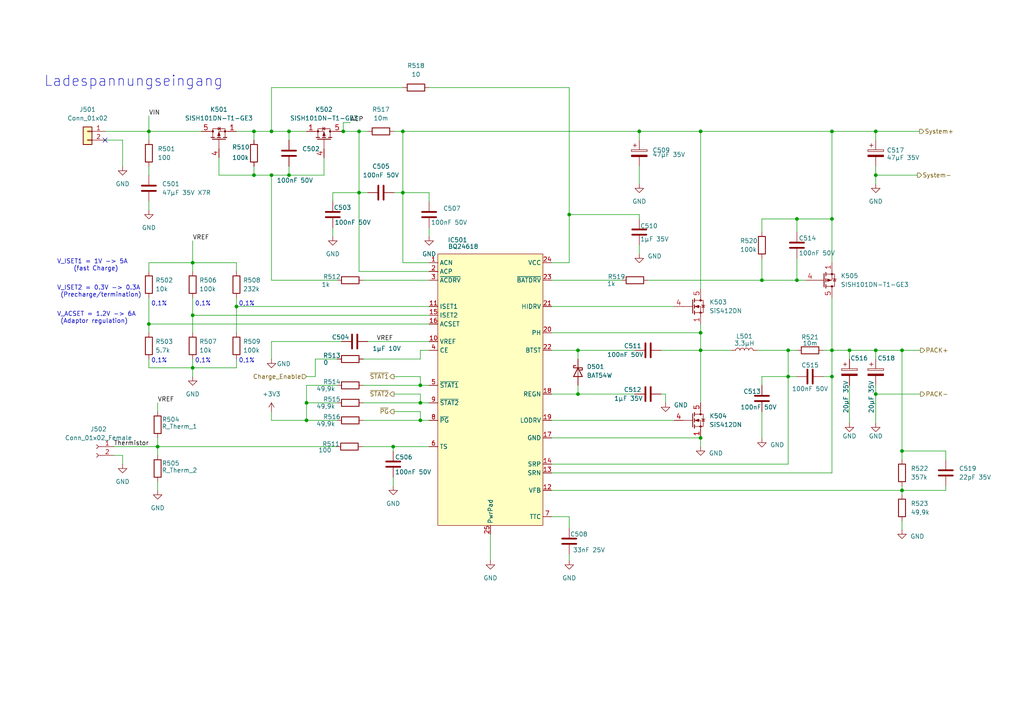
<source format=kicad_sch>
(kicad_sch (version 20231120) (generator "eeschema") (generator_version "8.0")
  (paper "A4")
  (title_block (date "2022-01-24"))
  (lib_symbols
    (symbol "Connector:Conn_01x02_Female" (pin_names (offset 1.016) hide)
      (property "Reference" "J" (at 0 2.54 0))
      (property "Value" "Conn_01x02_Female" (at 0 -5.08 0))
      (symbol "Conn_01x02_Female_1_1"
        (arc (start 0 -2.032) (mid -0.5058 -2.54) (end 0 -3.048) (stroke (width 0.1524)))
        (polyline (pts (xy -1.27 -2.54) (xy -0.508 -2.54)) (stroke (width 0.1524)))
        (polyline (pts (xy -1.27 0) (xy -0.508 0)) (stroke (width 0.1524)))
        (arc (start 0 0.508) (mid -0.5058 0) (end 0 -0.508) (stroke (width 0.1524)))
        (pin passive line (at -5.08 0 0) (length 3.81) (name "Pin_1") (number "1"))
        (pin passive line (at -5.08 -2.54 0) (length 3.81) (name "Pin_2") (number "2"))
      )
    )
    (symbol "Connector_Generic:Conn_01x02" (pin_names (offset 1.016) hide)
      (property "Reference" "J" (at 0 2.54 0))
      (property "Value" "Conn_01x02" (at 0 -5.08 0))
      (symbol "Conn_01x02_1_1"
        (rectangle (start -1.27 -2.413) (end 0 -2.667) (stroke (width 0.1524)))
        (rectangle (start -1.27 0.127) (end 0 -0.127) (stroke (width 0.1524)))
        (rectangle (start -1.27 1.27) (end 1.27 -3.81) (stroke (width 0.254)) (fill (type background)))
        (pin passive line (at -5.08 0 0) (length 3.81) (name "Pin_1") (number "1"))
        (pin passive line (at -5.08 -2.54 0) (length 3.81) (name "Pin_2") (number "2"))
      )
    )
    (symbol "Device:C" (pin_numbers hide) (pin_names (offset 0.254))
      (property "Reference" "C" (at 0.635 2.54 0))
      (property "Value" "C" (at 0.635 -2.54 0))
      (symbol "C_0_1"
        (polyline (pts (xy -2.032 -0.762) (xy 2.032 -0.762)) (stroke (width 0.508)))
        (polyline (pts (xy -2.032 0.762) (xy 2.032 0.762)) (stroke (width 0.508)))
      )
      (symbol "C_1_1"
        (pin passive line (at 0 3.81 270) (length 2.794) (name "~") (number "1"))
        (pin passive line (at 0 -3.81 90) (length 2.794) (name "~") (number "2"))
      )
    )
    (symbol "Device:C_Polarized" (pin_numbers hide) (pin_names (offset 0.254))
      (property "Reference" "C" (at 0.635 2.54 0))
      (property "Value" "C_Polarized" (at 0.635 -2.54 0))
      (symbol "C_Polarized_0_1"
        (rectangle (start -2.286 0.508) (end 2.286 1.016))
        (polyline (pts (xy -1.778 2.286) (xy -0.762 2.286)))
        (polyline (pts (xy -1.27 2.794) (xy -1.27 1.778)))
        (rectangle (start 2.286 -0.508) (end -2.286 -1.016) (fill (type outline)))
      )
      (symbol "C_Polarized_1_1"
        (pin passive line (at 0 3.81 270) (length 2.794) (name "~") (number "1"))
        (pin passive line (at 0 -3.81 90) (length 2.794) (name "~") (number "2"))
      )
    )
    (symbol "Device:D_Schottky" (pin_numbers hide) (pin_names (offset 1.016) hide)
      (property "Reference" "D" (at 0 2.54 0))
      (property "Value" "D_Schottky" (at 0 -2.54 0))
      (symbol "D_Schottky_0_1"
        (polyline (pts (xy 1.27 0) (xy -1.27 0)))
        (polyline (pts (xy 1.27 1.27) (xy 1.27 -1.27) (xy -1.27 0) (xy 1.27 1.27)) (stroke (width 0.254)))
        (polyline (pts (xy -1.905 0.635) (xy -1.905 1.27) (xy -1.27 1.27) (xy -1.27 -1.27) (xy -0.635 -1.27) (xy -0.635 -0.635)) (stroke (width 0.254)))
      )
      (symbol "D_Schottky_1_1"
        (pin passive line (at -3.81 0 0) (length 2.54) (name "K") (number "1"))
        (pin passive line (at 3.81 0 180) (length 2.54) (name "A") (number "2"))
      )
    )
    (symbol "Device:L" (pin_numbers hide) (pin_names (offset 1.016) hide)
      (property "Reference" "L" (at -1.27 0 90))
      (property "Value" "L" (at 1.905 0 90))
      (symbol "L_0_1"
        (arc (start 0 -2.54) (mid 0.6323 -1.905) (end 0 -1.27))
        (arc (start 0 -1.27) (mid 0.6323 -0.635) (end 0 0))
        (arc (start 0 0) (mid 0.6323 0.635) (end 0 1.27))
        (arc (start 0 1.27) (mid 0.6323 1.905) (end 0 2.54))
      )
      (symbol "L_1_1"
        (pin passive line (at 0 3.81 270) (length 1.27) (name "1") (number "1"))
        (pin passive line (at 0 -3.81 90) (length 1.27) (name "2") (number "2"))
      )
    )
    (symbol "Device:R" (pin_numbers hide) (pin_names (offset 0))
      (property "Reference" "R" (at 2.032 0 90))
      (property "Value" "R" (at 0 0 90))
      (symbol "R_0_1"
        (rectangle (start -1.016 -2.54) (end 1.016 2.54) (stroke (width 0.254)))
      )
      (symbol "R_1_1"
        (pin passive line (at 0 3.81 270) (length 1.27) (name "~") (number "1"))
        (pin passive line (at 0 -3.81 90) (length 1.27) (name "~") (number "2"))
      )
    )
    (symbol "HER_Symbole:BQ24618"
      (property "Reference" "U" (at 21.59 -12.7 0))
      (property "Value" "BQ24618" (at 21.59 -8.89 0))
      (symbol "BQ24618_0_1"
        (rectangle (start 5.08 -2.54) (end 35.56 -81.28) (fill (type background)))
      )
      (symbol "BQ24618_1_1"
        (pin input line (at 2.54 -5.08 0) (length 2.54) (name "ACN") (number "1"))
        (pin input line (at 2.54 -27.94 0) (length 2.54) (name "VREF") (number "10"))
        (pin input line (at 2.54 -17.78 0) (length 2.54) (name "ISET1") (number "11"))
        (pin input line (at 38.1 -71.12 180) (length 2.54) (name "VFB") (number "12"))
        (pin input line (at 38.1 -66.04 180) (length 2.54) (name "SRN") (number "13"))
        (pin input line (at 38.1 -63.5 180) (length 2.54) (name "SRP") (number "14"))
        (pin input line (at 2.54 -20.32 0) (length 2.54) (name "ISET2") (number "15"))
        (pin input line (at 2.54 -22.86 0) (length 2.54) (name "ACSET") (number "16"))
        (pin power_in line (at 38.1 -55.88 180) (length 2.54) (name "GND") (number "17"))
        (pin output line (at 38.1 -43.18 180) (length 2.54) (name "REGN") (number "18"))
        (pin output line (at 38.1 -50.8 180) (length 2.54) (name "LODRV") (number "19"))
        (pin input line (at 2.54 -7.62 0) (length 2.54) (name "ACP") (number "2"))
        (pin passive line (at 38.1 -25.4 180) (length 2.54) (name "PH") (number "20"))
        (pin output line (at 38.1 -17.78 180) (length 2.54) (name "HIDRV") (number "21"))
        (pin power_in line (at 38.1 -30.48 180) (length 2.54) (name "BTST") (number "22"))
        (pin output line (at 38.1 -10.16 180) (length 2.54) (name "~{BATDRV}") (number "23"))
        (pin power_in line (at 38.1 -5.08 180) (length 2.54) (name "VCC") (number "24"))
        (pin passive line (at 20.32 -83.82 90) (length 2.54) (name "PwrPad") (number "25"))
        (pin output line (at 2.54 -10.16 0) (length 2.54) (name "~{ACDRV}") (number "3"))
        (pin input line (at 2.54 -30.48 0) (length 2.54) (name "CE") (number "4"))
        (pin input line (at 2.54 -40.64 0) (length 2.54) (name "~{STAT1}") (number "5"))
        (pin input line (at 2.54 -58.42 0) (length 2.54) (name "TS") (number "6"))
        (pin input line (at 38.1 -78.74 180) (length 2.54) (name "TTC") (number "7"))
        (pin input line (at 2.54 -50.8 0) (length 2.54) (name "~{PG}") (number "8"))
        (pin input line (at 2.54 -45.72 0) (length 2.54) (name "~{STAT2}") (number "9"))
      )
    )
    (symbol "Vishay:MOSFET_NMOS_8_Pin"
      (property "Reference" "Q" (at 4.826 -19.558 0))
      (property "Value" "MOSFET_NMOS_8_Pin" (at 4.826 -21.59 0))
      (symbol "MOSFET_NMOS_8_Pin_0_1"
        (polyline (pts (xy 0.254 -20.32) (xy -2.54 -20.32)))
        (polyline (pts (xy 0.254 -18.415) (xy 0.254 -22.225)) (stroke (width 0.254)))
        (polyline (pts (xy 0.762 -21.59) (xy 0.762 -22.606)) (stroke (width 0.254)))
        (polyline (pts (xy 0.762 -19.812) (xy 0.762 -20.828)) (stroke (width 0.254)))
        (polyline (pts (xy 0.762 -18.034) (xy 0.762 -19.05)) (stroke (width 0.254)))
        (polyline (pts (xy 2.54 -17.78) (xy 2.54 -18.542)))
        (polyline (pts (xy 2.54 -22.86) (xy 2.54 -20.32) (xy 0.762 -20.32)))
        (polyline (pts (xy 0.762 -22.098) (xy 3.302 -22.098) (xy 3.302 -18.542) (xy 0.762 -18.542)))
        (polyline (pts (xy 1.016 -20.32) (xy 2.032 -19.939) (xy 2.032 -20.701) (xy 1.016 -20.32)) (fill (type outline)))
        (polyline (pts (xy 2.794 -19.812) (xy 2.921 -19.939) (xy 3.683 -19.939) (xy 3.81 -20.066)))
        (polyline (pts (xy 3.302 -19.939) (xy 2.921 -20.574) (xy 3.683 -20.574) (xy 3.302 -19.939)))
        (circle (center 2.54 -22.098) (radius 0.254) (fill (type outline)))
        (circle (center 2.54 -18.542) (radius 0.254) (fill (type outline)))
      )
      (symbol "MOSFET_NMOS_8_Pin_1_1"
        (pin passive line (at 2.54 -25.4 90) (length 2.54) (name "") (number "1"))
        (pin passive line (at 2.54 -25.4 90) (length 2.54) hide (name "S") (number "2"))
        (pin passive line (at 2.54 -25.4 90) (length 2.54) hide (name "S") (number "3"))
        (pin passive line (at -5.08 -20.32 0) (length 2.54) (name "") (number "4"))
        (pin passive line (at 2.54 -15.24 270) (length 2.54) (name "") (number "5"))
        (pin passive line (at 2.54 -15.24 270) (length 2.54) hide (name "") (number "6"))
        (pin passive line (at 2.54 -15.24 270) (length 2.54) hide (name "") (number "7"))
        (pin passive line (at 2.54 -15.24 270) (length 2.54) hide (name "") (number "8"))
        (pin passive line (at 2.54 -15.24 270) (length 2.54) hide (name "") (number "9"))
      )
    )
    (symbol "Vishay:MOSFET_PMOS_8Pin+Pad"
      (property "Reference" "Q" (at 5.08 -11.938 0))
      (property "Value" "MOSFET_PMOS_8Pin+Pad" (at 4.826 -13.716 0))
      (symbol "MOSFET_PMOS_8Pin+Pad_0_1"
        (polyline (pts (xy 0.254 -14.605) (xy 0.254 -10.795)) (stroke (width 0.254)))
        (polyline (pts (xy 0.254 -12.7) (xy -2.54 -12.7)))
        (polyline (pts (xy 0.762 -14.986) (xy 0.762 -13.97)) (stroke (width 0.254)))
        (polyline (pts (xy 0.762 -13.208) (xy 0.762 -12.192)) (stroke (width 0.254)))
        (polyline (pts (xy 0.762 -11.43) (xy 0.762 -10.414)) (stroke (width 0.254)))
        (polyline (pts (xy 2.54 -15.24) (xy 2.54 -14.478)))
        (polyline (pts (xy 2.54 -10.16) (xy 2.54 -12.7) (xy 0.762 -12.7)))
        (polyline (pts (xy 0.762 -14.478) (xy 3.302 -14.478) (xy 3.302 -10.922) (xy 0.762 -10.922)))
        (polyline (pts (xy 2.286 -12.7) (xy 1.27 -13.081) (xy 1.27 -12.319) (xy 2.286 -12.7)) (fill (type outline)))
        (polyline (pts (xy 2.794 -12.192) (xy 2.921 -12.319) (xy 3.683 -12.319) (xy 3.81 -12.446)))
        (polyline (pts (xy 3.302 -12.319) (xy 2.921 -12.954) (xy 3.683 -12.954) (xy 3.302 -12.319)))
        (circle (center 2.54 -14.478) (radius 0.254) (fill (type outline)))
        (circle (center 2.54 -10.922) (radius 0.254) (fill (type outline)))
      )
      (symbol "MOSFET_PMOS_8Pin+Pad_1_1"
        (pin passive line (at 2.54 -7.62 270) (length 2.54) (name "") (number "1"))
        (pin passive line (at 2.54 -7.62 270) (length 2.54) hide (name "S") (number "2"))
        (pin passive line (at 2.54 -7.62 270) (length 2.54) hide (name "S") (number "3"))
        (pin passive line (at -5.08 -12.7 0) (length 2.54) (name "") (number "4"))
        (pin passive line (at 2.54 -17.78 90) (length 2.54) (name "") (number "5"))
        (pin passive line (at 2.54 -17.78 90) (length 2.54) hide (name "") (number "6"))
        (pin passive line (at 2.54 -17.78 90) (length 2.54) hide (name "") (number "7"))
        (pin passive line (at 2.54 -17.78 90) (length 2.54) hide (name "") (number "8"))
        (pin passive line (at 2.54 -17.78 90) (length 2.54) hide (name "") (number "9"))
      )
    )
    (symbol "power:+3V3" (power) (pin_names (offset 0))
      (property "Value" "+3V3" (at 0 3.556 0))
      (symbol "+3V3_0_1"
        (polyline (pts (xy -0.762 1.27) (xy 0 2.54)))
        (polyline (pts (xy 0 0) (xy 0 2.54)))
        (polyline (pts (xy 0 2.54) (xy 0.762 1.27)))
      )
      (symbol "+3V3_1_1"
        (pin power_in line (at 0 0 90) (length 0) hide (name "+3V3") (number "1"))
      )
    )
    (symbol "power:GND" (power) (pin_names (offset 0))
      (property "Value" "GND" (at 0 -3.81 0))
      (symbol "GND_0_1"
        (polyline (pts (xy 0 0) (xy 0 -1.27) (xy 1.27 -1.27) (xy 0 -2.54) (xy -1.27 -1.27) (xy 0 -1.27)))
      )
      (symbol "GND_1_1"
        (pin power_in line (at 0 0 270) (length 0) hide (name "GND") (number "1"))
      )
    )
  )
  (junction (at 73.66 50.8))
  (junction (at 203.2 96.52))
  (junction (at 83.82 38.1))
  (junction (at 228.6 101.6))
  (junction (at 121.92 121.92))
  (junction (at 231.14 63.5))
  (junction (at 78.74 38.1))
  (junction (at 167.64 101.6))
  (junction (at 104.14 55.88))
  (junction (at 254 114.3))
  (junction (at 241.3 109.22))
  (junction (at 228.6 109.22))
  (junction (at 185.42 38.1))
  (junction (at 241.3 38.1))
  (junction (at 116.84 38.1))
  (junction (at 104.14 38.1))
  (junction (at 78.74 50.8))
  (junction (at 254 101.6))
  (junction (at 261.62 130.81))
  (junction (at 114.046 129.54))
  (junction (at 88.9 116.84))
  (junction (at 246.38 101.6))
  (junction (at 68.58 88.9))
  (junction (at 55.88 76.2))
  (junction (at 121.92 116.84))
  (junction (at 203.2 101.6))
  (junction (at 203.2 127))
  (junction (at 231.14 81.28))
  (junction (at 45.72 129.54))
  (junction (at 165.1 62.23))
  (junction (at 254 50.8))
  (junction (at 220.98 81.28))
  (junction (at 55.88 106.68))
  (junction (at 99.568 38.1))
  (junction (at 241.3 101.6))
  (junction (at 116.84 55.88))
  (junction (at 121.92 111.76))
  (junction (at 254 38.1))
  (junction (at 83.82 50.8))
  (junction (at 203.2 38.1))
  (junction (at 241.3 63.5))
  (junction (at 167.64 114.3))
  (junction (at 43.18 38.1))
  (junction (at 55.88 91.44))
  (junction (at 73.66 38.1))
  (junction (at 261.62 142.24))
  (junction (at 43.18 93.98))
  (junction (at 261.62 101.6))
  (junction (at 88.9 121.92))
  (no_connect (at 30.48 40.64))
  (wire (pts (xy 191.77 101.6) (xy 203.2 101.6)))
  (wire (pts (xy 104.14 38.1) (xy 104.14 55.88)))
  (wire (pts (xy 116.84 55.88) (xy 116.84 38.1)))
  (wire (pts (xy 160.02 81.28) (xy 180.34 81.28)))
  (wire (pts (xy 203.2 101.6) (xy 203.2 116.84)))
  (wire (pts (xy 116.84 76.2) (xy 124.46 76.2)))
  (wire (pts (xy 43.18 76.2) (xy 55.88 76.2)))
  (wire (pts (xy 63.5 45.72) (xy 63.5 50.8)))
  (wire (pts (xy 93.98 50.8) (xy 93.98 45.72)))
  (wire (pts (xy 124.46 25.4) (xy 165.1 25.4)))
  (wire (pts (xy 104.14 55.88) (xy 104.14 78.74)))
  (wire (pts (xy 43.18 104.14) (xy 43.18 106.68)))
  (wire (pts (xy 45.72 127) (xy 45.72 129.54)))
  (wire (pts (xy 104.14 55.88) (xy 106.68 55.88)))
  (wire (pts (xy 73.66 38.1) (xy 73.66 40.64)))
  (wire (pts (xy 55.88 69.85) (xy 55.88 76.2)))
  (wire (pts (xy 88.9 111.76) (xy 88.9 116.84)))
  (wire (pts (xy 55.88 106.68) (xy 55.88 109.22)))
  (wire (pts (xy 261.62 133.35) (xy 261.62 130.81)))
  (wire (pts (xy 219.71 101.6) (xy 228.6 101.6)))
  (wire (pts (xy 55.88 91.44) (xy 55.88 96.52)))
  (wire (pts (xy 220.98 109.22) (xy 228.6 109.22)))
  (wire (pts (xy 43.18 48.26) (xy 43.18 50.8)))
  (wire (pts (xy 261.62 101.6) (xy 261.62 130.81)))
  (wire (pts (xy 43.18 86.36) (xy 43.18 93.98)))
  (wire (pts (xy 105.41 81.28) (xy 124.46 81.28)))
  (wire (pts (xy 105.41 116.84) (xy 121.92 116.84)))
  (wire (pts (xy 160.02 137.16) (xy 241.3 137.16)))
  (wire (pts (xy 68.58 38.1) (xy 73.66 38.1)))
  (wire (pts (xy 43.18 38.1) (xy 58.42 38.1)))
  (wire (pts (xy 241.3 101.6) (xy 238.76 101.6)))
  (wire (pts (xy 160.02 127) (xy 203.2 127)))
  (wire (pts (xy 254 111.76) (xy 254 114.3)))
  (wire (pts (xy 43.18 93.98) (xy 43.18 96.52)))
  (wire (pts (xy 246.38 111.76) (xy 246.38 122.682)))
  (wire (pts (xy 105.41 104.14) (xy 121.92 104.14)))
  (wire (pts (xy 167.64 101.6) (xy 184.15 101.6)))
  (wire (pts (xy 68.58 88.9) (xy 124.46 88.9)))
  (wire (pts (xy 220.98 67.31) (xy 220.98 63.5)))
  (wire (pts (xy 104.14 55.88) (xy 96.52 55.88)))
  (wire (pts (xy 220.98 63.5) (xy 231.14 63.5)))
  (wire (pts (xy 254 114.3) (xy 266.954 114.3)))
  (wire (pts (xy 241.3 109.22) (xy 241.3 137.16)))
  (wire (pts (xy 121.92 111.76) (xy 124.46 111.76)))
  (wire (pts (xy 114.3 55.88) (xy 116.84 55.88)))
  (wire (pts (xy 88.9 116.84) (xy 97.79 116.84)))
  (wire (pts (xy 68.58 76.2) (xy 55.88 76.2)))
  (wire (pts (xy 114.3 109.22) (xy 121.92 109.22)))
  (wire (pts (xy 254 38.1) (xy 266.7 38.1)))
  (wire (pts (xy 114.046 129.54) (xy 124.46 129.54)))
  (wire (pts (xy 121.92 101.6) (xy 124.46 101.6)))
  (wire (pts (xy 68.58 78.74) (xy 68.58 76.2)))
  (wire (pts (xy 167.64 101.6) (xy 167.64 104.14)))
  (wire (pts (xy 185.42 48.26) (xy 185.42 53.34)))
  (wire (pts (xy 231.14 81.28) (xy 233.68 81.28)))
  (wire (pts (xy 121.92 109.22) (xy 121.92 111.76)))
  (wire (pts (xy 88.9 109.22) (xy 91.44 109.22)))
  (wire (pts (xy 91.44 109.22) (xy 91.44 104.14)))
  (wire (pts (xy 68.58 88.9) (xy 68.58 96.52)))
  (wire (pts (xy 45.72 116.84) (xy 45.72 119.38)))
  (wire (pts (xy 231.14 67.31) (xy 231.14 63.5)))
  (wire (pts (xy 101.6 35.56) (xy 99.568 35.56)))
  (wire (pts (xy 261.62 142.24) (xy 274.32 142.24)))
  (wire (pts (xy 99.06 99.06) (xy 78.74 99.06)))
  (wire (pts (xy 63.5 50.8) (xy 73.66 50.8)))
  (wire (pts (xy 55.88 106.68) (xy 68.58 106.68)))
  (wire (pts (xy 203.2 38.1) (xy 203.2 83.82)))
  (wire (pts (xy 96.52 55.88) (xy 96.52 58.42)))
  (wire (pts (xy 185.42 62.23) (xy 185.42 63.5)))
  (wire (pts (xy 228.6 109.22) (xy 228.6 101.6)))
  (wire (pts (xy 55.88 106.68) (xy 55.88 104.14)))
  (wire (pts (xy 30.48 40.64) (xy 35.56 40.64)))
  (wire (pts (xy 88.9 121.92) (xy 97.79 121.92)))
  (wire (pts (xy 165.1 62.23) (xy 165.1 76.2)))
  (wire (pts (xy 78.74 38.1) (xy 83.82 38.1)))
  (wire (pts (xy 160.02 121.92) (xy 195.58 121.92)))
  (wire (pts (xy 43.18 93.98) (xy 124.46 93.98)))
  (wire (pts (xy 241.3 38.1) (xy 254 38.1)))
  (wire (pts (xy 105.41 121.92) (xy 121.92 121.92)))
  (wire (pts (xy 83.82 38.1) (xy 88.9 38.1)))
  (wire (pts (xy 121.92 104.14) (xy 121.92 101.6)))
  (wire (pts (xy 73.66 50.8) (xy 78.74 50.8)))
  (wire (pts (xy 160.02 76.2) (xy 165.1 76.2)))
  (wire (pts (xy 274.32 142.24) (xy 274.32 140.97)))
  (wire (pts (xy 78.74 121.92) (xy 88.9 121.92)))
  (wire (pts (xy 91.44 104.14) (xy 97.79 104.14)))
  (wire (pts (xy 99.568 38.1) (xy 104.14 38.1)))
  (wire (pts (xy 254 50.8) (xy 254 53.34)))
  (wire (pts (xy 274.32 130.81) (xy 274.32 133.35)))
  (wire (pts (xy 160.02 88.9) (xy 195.58 88.9)))
  (wire (pts (xy 73.66 38.1) (xy 78.74 38.1)))
  (wire (pts (xy 160.02 101.6) (xy 167.64 101.6)))
  (wire (pts (xy 167.64 111.76) (xy 167.64 114.3)))
  (wire (pts (xy 160.02 114.3) (xy 167.64 114.3)))
  (wire (pts (xy 33.02 132.08) (xy 35.56 132.08)))
  (wire (pts (xy 231.14 74.93) (xy 231.14 81.28)))
  (wire (pts (xy 78.74 119.38) (xy 78.74 121.92)))
  (wire (pts (xy 114.046 138.43) (xy 114.046 140.97)))
  (wire (pts (xy 99.568 35.56) (xy 99.568 38.1)))
  (wire (pts (xy 185.42 38.1) (xy 203.2 38.1)))
  (wire (pts (xy 254 114.3) (xy 254 122.682)))
  (wire (pts (xy 241.3 38.1) (xy 241.3 63.5)))
  (wire (pts (xy 238.76 109.22) (xy 241.3 109.22)))
  (wire (pts (xy 105.156 129.54) (xy 114.046 129.54)))
  (wire (pts (xy 254 101.6) (xy 254 104.14)))
  (wire (pts (xy 78.74 38.1) (xy 78.74 25.4)))
  (wire (pts (xy 203.2 127) (xy 203.2 129.54)))
  (wire (pts (xy 231.14 63.5) (xy 241.3 63.5)))
  (wire (pts (xy 167.64 114.3) (xy 184.15 114.3)))
  (wire (pts (xy 241.3 76.2) (xy 241.3 63.5)))
  (wire (pts (xy 116.84 38.1) (xy 114.3 38.1)))
  (wire (pts (xy 43.18 76.2) (xy 43.18 78.74)))
  (wire (pts (xy 193.04 114.3) (xy 193.04 116.84)))
  (wire (pts (xy 104.14 78.74) (xy 124.46 78.74)))
  (wire (pts (xy 187.96 81.28) (xy 220.98 81.28)))
  (wire (pts (xy 228.6 101.6) (xy 231.14 101.6)))
  (wire (pts (xy 43.18 38.1) (xy 43.18 40.64)))
  (wire (pts (xy 43.18 33.655) (xy 43.18 38.1)))
  (wire (pts (xy 96.52 66.04) (xy 96.52 68.58)))
  (wire (pts (xy 203.2 96.52) (xy 203.2 101.6)))
  (wire (pts (xy 246.38 101.6) (xy 246.38 104.14)))
  (wire (pts (xy 160.02 149.86) (xy 165.1 149.86)))
  (wire (pts (xy 261.62 101.6) (xy 266.954 101.6)))
  (wire (pts (xy 114.3 119.38) (xy 121.92 119.38)))
  (wire (pts (xy 55.88 76.2) (xy 55.88 78.74)))
  (wire (pts (xy 83.82 48.26) (xy 83.82 50.8)))
  (wire (pts (xy 114.3 114.3) (xy 121.92 114.3)))
  (wire (pts (xy 78.74 50.8) (xy 78.74 81.28)))
  (wire (pts (xy 104.14 38.1) (xy 106.68 38.1)))
  (wire (pts (xy 165.1 149.86) (xy 165.1 153.162)))
  (wire (pts (xy 43.18 106.68) (xy 55.88 106.68)))
  (wire (pts (xy 78.74 99.06) (xy 78.74 104.14)))
  (wire (pts (xy 165.1 25.4) (xy 165.1 62.23)))
  (wire (pts (xy 73.66 48.26) (xy 73.66 50.8)))
  (wire (pts (xy 78.74 81.28) (xy 97.79 81.28)))
  (wire (pts (xy 121.92 119.38) (xy 121.92 121.92)))
  (wire (pts (xy 165.1 62.23) (xy 185.42 62.23)))
  (wire (pts (xy 121.92 121.92) (xy 124.46 121.92)))
  (wire (pts (xy 261.62 140.97) (xy 261.62 142.24)))
  (wire (pts (xy 121.92 114.3) (xy 121.92 116.84)))
  (wire (pts (xy 241.3 101.6) (xy 246.38 101.6)))
  (wire (pts (xy 193.04 114.3) (xy 191.77 114.3)))
  (wire (pts (xy 160.02 134.62) (xy 228.6 134.62)))
  (wire (pts (xy 254 101.6) (xy 261.62 101.6)))
  (wire (pts (xy 220.98 111.76) (xy 220.98 109.22)))
  (wire (pts (xy 83.82 38.1) (xy 83.82 40.64)))
  (wire (pts (xy 220.98 74.93) (xy 220.98 81.28)))
  (wire (pts (xy 45.72 129.54) (xy 97.536 129.54)))
  (wire (pts (xy 228.6 109.22) (xy 231.14 109.22)))
  (wire (pts (xy 185.42 71.12) (xy 185.42 73.66)))
  (wire (pts (xy 99.06 38.1) (xy 99.568 38.1)))
  (wire (pts (xy 33.02 129.54) (xy 45.72 129.54)))
  (wire (pts (xy 43.18 58.42) (xy 43.18 60.96)))
  (wire (pts (xy 55.88 91.44) (xy 124.46 91.44)))
  (wire (pts (xy 261.62 142.24) (xy 261.62 143.51)))
  (wire (pts (xy 203.2 93.98) (xy 203.2 96.52)))
  (wire (pts (xy 220.98 81.28) (xy 231.14 81.28)))
  (wire (pts (xy 228.6 109.22) (xy 228.6 134.62)))
  (wire (pts (xy 241.3 86.36) (xy 241.3 101.6)))
  (wire (pts (xy 220.98 119.38) (xy 220.98 127.127)))
  (wire (pts (xy 185.42 38.1) (xy 185.42 40.64)))
  (wire (pts (xy 116.84 55.88) (xy 124.46 55.88)))
  (wire (pts (xy 203.2 101.6) (xy 212.09 101.6)))
  (wire (pts (xy 142.24 154.94) (xy 142.24 162.56)))
  (wire (pts (xy 116.84 55.88) (xy 116.84 76.2)))
  (wire (pts (xy 83.82 50.8) (xy 93.98 50.8)))
  (wire (pts (xy 254 50.8) (xy 266.065 50.8)))
  (wire (pts (xy 121.92 116.84) (xy 124.46 116.84)))
  (wire (pts (xy 116.84 38.1) (xy 185.42 38.1)))
  (wire (pts (xy 68.58 86.36) (xy 68.58 88.9)))
  (wire (pts (xy 106.68 99.06) (xy 124.46 99.06)))
  (wire (pts (xy 105.41 111.76) (xy 121.92 111.76)))
  (wire (pts (xy 78.74 50.8) (xy 83.82 50.8)))
  (wire (pts (xy 88.9 116.84) (xy 88.9 121.92)))
  (wire (pts (xy 55.88 86.36) (xy 55.88 91.44)))
  (wire (pts (xy 35.56 40.64) (xy 35.56 48.26)))
  (wire (pts (xy 160.02 96.52) (xy 203.2 96.52)))
  (wire (pts (xy 35.56 132.08) (xy 35.56 134.62)))
  (wire (pts (xy 246.38 101.6) (xy 254 101.6)))
  (wire (pts (xy 97.79 111.76) (xy 88.9 111.76)))
  (wire (pts (xy 254 38.1) (xy 254 40.64)))
  (wire (pts (xy 30.48 38.1) (xy 43.18 38.1)))
  (wire (pts (xy 45.72 139.7) (xy 45.72 142.24)))
  (wire (pts (xy 68.58 106.68) (xy 68.58 104.14)))
  (wire (pts (xy 261.62 151.13) (xy 261.62 153.67)))
  (wire (pts (xy 124.46 55.88) (xy 124.46 58.42)))
  (wire (pts (xy 261.62 130.81) (xy 274.32 130.81)))
  (wire (pts (xy 254 48.26) (xy 254 50.8)))
  (wire (pts (xy 160.02 142.24) (xy 261.62 142.24)))
  (wire (pts (xy 241.3 101.6) (xy 241.3 109.22)))
  (wire (pts (xy 45.72 129.54) (xy 45.72 132.08)))
  (wire (pts (xy 203.2 38.1) (xy 241.3 38.1)))
  (wire (pts (xy 114.046 129.54) (xy 114.046 130.81)))
  (wire (pts (xy 78.74 25.4) (xy 116.84 25.4)))
  (wire (pts (xy 124.46 66.04) (xy 124.46 68.58)))
  (wire (pts (xy 165.1 160.782) (xy 165.1 162.56)))
  (text "0,1%" (at 43.815 88.9 0) (effects (font (size 1.27 1.27)) (justify left bottom)))
  (text "V_ISET2 = 0.3V -> 0.3A \n (Precharge/termination)" (at 16.51 86.36 0) (effects (font (size 1.27 1.27)) (justify left bottom)))
  (text "V_ISET1 = 1V -> 5A \n	(fast Charge)" (at 16.51 78.74 0) (effects (font (size 1.27 1.27)) (justify left bottom)))
  (text "0,1%" (at 43.815 105.41 0) (effects (font (size 1.27 1.27)) (justify left bottom)))
  (text "0,1%" (at 56.515 88.9 0) (effects (font (size 1.27 1.27)) (justify left bottom)))
  (text "Ladespannungseingang\n" (at 12.7 25.4 0) (effects (font (size 3 3)) (justify left bottom)))
  (text "0,1%" (at 69.215 105.41 0) (effects (font (size 1.27 1.27)) (justify left bottom)))
  (text "V_ACSET = 1.2V -> 6A \n (Adaptor regulation)" (at 16.51 93.98 0) (effects (font (size 1.27 1.27)) (justify left bottom)))
  (text "0,1%" (at 69.215 88.9 0) (effects (font (size 1.27 1.27)) (justify left bottom)))
  (text "0,1%" (at 56.515 105.41 0) (effects (font (size 1.27 1.27)) (justify left bottom)))
  (label "VIN" (at 43.18 33.655 0))
  (label "ACP" (at 101.6 35.56 0))
  (label "VREF" (at 55.88 69.85 0))
  (label "Thermistor" (at 33.02 129.54 0))
  (label "VREF" (at 109.2213 99.06 0))
  (label "VREF" (at 45.72 116.84 0))
  (hierarchical_label "System-" (shape output) (at 266.065 50.8 0))
  (hierarchical_label "PACK+" (shape output) (at 266.954 101.6 0))
  (hierarchical_label "System+" (shape output) (at 266.7 38.1 0))
  (hierarchical_label "~{PG}" (shape output) (at 114.3 119.38 180))
  (hierarchical_label "~{STAT2}" (shape output) (at 114.3 114.3 180))
  (hierarchical_label "~{STAT1}" (shape output) (at 114.3 109.22 180))
  (hierarchical_label "Charge_Enable" (shape input) (at 88.9 109.22 180))
  (hierarchical_label "PACK-" (shape output) (at 266.954 114.3 0))
  (symbol (lib_id "power:GND") (at 254 122.682 0) (unit 1)
    (property "Reference" "#PWR0520" (effects (hide yes)))
    (property "Value" "GND" (at 254 126.492 0))
  )
  (symbol (lib_id "Device:R") (at 220.98 71.12 0) (unit 1)
    (property "Reference" "R520" (at 214.63 69.85 0) (effects (justify left)))
    (property "Value" "100k" (at 214.63 72.39 0) (effects (justify left)))
    (property "Footprint" "Resistor_SMD:R_0603_1608Metric" (effects (hide yes)))
  )
  (symbol (lib_id "Connector_Generic:Conn_01x02") (at 25.4 38.1 0) (mirror y) (unit 1)
    (property "Reference" "J501" (at 25.4 31.75 0))
    (property "Value" "Conn_01x02" (at 25.4 34.29 0))
    (property "Footprint" "Connector_Molex:Molex_Micro-Fit_3.0_43650-0215_1x02_P3.00mm_Vertical" (effects (hide yes)))
  )
  (symbol (lib_id "power:GND") (at 142.24 162.56 0) (unit 1)
    (property "Reference" "#PWR0511" (effects (hide yes)))
    (property "Value" "GND" (at 142.24 167.64 0))
  )
  (symbol (lib_id "Device:R") (at 43.18 44.45 0) (unit 1)
    (property "Reference" "R501" (at 45.72 43.1799 0) (effects (justify left)))
    (property "Value" "100" (at 45.72 45.7199 0) (effects (justify left)))
    (property "Footprint" "Resistor_SMD:R_0603_1608Metric" (effects (hide yes)))
  )
  (symbol (lib_id "Device:R") (at 120.65 25.4 270) (unit 1)
    (property "Reference" "R518" (at 120.65 19.05 90))
    (property "Value" "10" (at 120.65 21.59 90))
    (property "Footprint" "Resistor_SMD:R_0603_1608Metric" (effects (hide yes)))
  )
  (symbol (lib_id "power:GND") (at 114.046 140.97 0) (unit 1)
    (property "Reference" "#PWR0509" (effects (hide yes)))
    (property "Value" "GND" (at 114.046 146.05 0))
  )
  (symbol (lib_id "power:GND") (at 185.42 73.66 0) (unit 1)
    (property "Reference" "#PWR0514" (effects (hide yes)))
    (property "Value" "GND" (at 189.865 74.295 0))
  )
  (symbol (lib_id "Device:C") (at 102.87 99.06 270) (unit 1)
    (property "Reference" "C504" (at 101.346 97.79 90) (effects (justify right)))
    (property "Value" "1µF 10V" (at 116.332 101.092 90) (effects (justify right)))
    (property "Footprint" "Capacitor_SMD:C_0603_1608Metric" (effects (hide yes)))
  )
  (symbol (lib_id "Vishay:MOSFET_PMOS_8Pin+Pad") (at 81.28 40.64 90) (unit 1)
    (property "Reference" "K502" (at 93.98 31.75 90))
    (property "Value" "SISH101DN-T1-GE3" (at 93.98 34.29 90))
    (property "Footprint" "Vishay:PowerPAK 1212-8 Single" (effects (hide yes)))
    (property "Bauteilname" "Si7617DN" (effects (hide yes)))
  )
  (symbol (lib_id "power:GND") (at 35.56 48.26 0) (unit 1)
    (property "Reference" "#PWR0501" (effects (hide yes)))
    (property "Value" "GND" (at 35.56 53.34 0))
  )
  (symbol (lib_id "Device:C_Polarized") (at 185.42 44.45 0) (unit 1)
    (property "Reference" "C509" (at 189.23 43.5609 0) (effects (justify left)))
    (property "Value" "47µF 35V" (at 189.23 44.8309 0) (effects (justify left)))
    (property "Footprint" "Capacitor_SMD:CP_Elec_6.3x5.4" (effects (hide yes)))
    (property "Bauteilname" "EDK476M025A9GAA" (effects (hide yes)))
  )
  (symbol (lib_id "Device:C") (at 165.1 156.972 180) (unit 1)
    (property "Reference" "C508" (at 167.894 154.94 0))
    (property "Value" "33nF 25V" (at 175.514 159.512 0) (effects (justify left)))
    (property "Footprint" "Capacitor_SMD:C_0603_1608Metric" (effects (hide yes)))
  )
  (symbol (lib_id "Vishay:MOSFET_NMOS_8_Pin") (at 200.66 68.58 0) (unit 1)
    (property "Reference" "K503" (at 205.74 87.6299 0) (effects (justify left)))
    (property "Value" "SiS412DN" (at 205.74 90.1699 0) (effects (justify left)))
    (property "Footprint" "Vishay:PowerPAK 1212-8 Single" (effects (hide yes)))
    (property "Bauteilname" "SiS412DN" (effects (hide yes)))
  )
  (symbol (lib_id "power:GND") (at 193.04 116.84 0) (unit 1)
    (property "Reference" "#PWR0515" (effects (hide yes)))
    (property "Value" "GND" (at 197.485 117.475 0))
  )
  (symbol (lib_id "power:GND") (at 45.72 142.24 0) (unit 1)
    (property "Reference" "#PWR0504" (effects (hide yes)))
    (property "Value" "GND" (at 45.72 147.32 0))
  )
  (symbol (lib_id "Device:C") (at 110.49 55.88 90) (unit 1)
    (property "Reference" "C505" (at 110.49 48.26 90))
    (property "Value" "100nF 50V" (at 110.49 50.8 90))
    (property "Footprint" "Capacitor_SMD:C_0603_1608Metric" (effects (hide yes)))
  )
  (symbol (lib_id "Device:R") (at 68.58 100.33 0) (unit 1)
    (property "Reference" "R509" (at 70.485 99.0599 0) (effects (justify left)))
    (property "Value" "100k" (at 70.485 101.5999 0) (effects (justify left)))
    (property "Footprint" "Resistor_SMD:R_0603_1608Metric" (effects (hide yes)))
  )
  (symbol (lib_id "Device:C") (at 185.42 67.31 0) (unit 1)
    (property "Reference" "C510" (at 185.674 65.532 0) (effects (justify left)))
    (property "Value" "1µF 35V" (at 185.674 69.342 0) (effects (justify left)))
    (property "Footprint" "Capacitor_SMD:C_0603_1608Metric" (effects (hide yes)))
  )
  (symbol (lib_id "Device:R") (at 101.6 104.14 90) (unit 1)
    (property "Reference" "R513" (at 96.266 103.124 90))
    (property "Value" "0" (at 94.488 105.156 90))
    (property "Footprint" "Resistor_SMD:R_0603_1608Metric" (effects (hide yes)))
  )
  (symbol (lib_id "power:GND") (at 220.98 127.127 0) (unit 1)
    (property "Reference" "#PWR0517" (effects (hide yes)))
    (property "Value" "GND" (at 225.425 129.032 0))
  )
  (symbol (lib_id "Device:R") (at 101.6 81.28 90) (mirror x) (unit 1)
    (property "Reference" "R512" (at 96.266 80.264 90))
    (property "Value" "1k" (at 94.488 82.55 90))
    (property "Footprint" "Resistor_SMD:R_0603_1608Metric" (effects (hide yes)))
  )
  (symbol (lib_id "power:GND") (at 43.18 60.96 0) (unit 1)
    (property "Reference" "#PWR0503" (effects (hide yes)))
    (property "Value" "GND" (at 43.18 66.04 0))
  )
  (symbol (lib_id "power:GND") (at 55.88 109.22 0) (unit 1)
    (property "Reference" "#PWR0505" (effects (hide yes)))
    (property "Value" "GND" (at 55.88 114.3 0))
  )
  (symbol (lib_id "Device:C") (at 43.18 54.61 0) (unit 1)
    (property "Reference" "C501" (at 46.99 53.3399 0) (effects (justify left)))
    (property "Value" "47µF 35V X7R" (at 46.99 55.8799 0) (effects (justify left)))
    (property "Footprint" "Capacitor_SMD:C_2220_5650Metric" (effects (hide yes)))
    (property "Bauteilname" "KCM55WR7YA476MH01K" (effects (hide yes)))
  )
  (symbol (lib_id "Device:R") (at 261.62 147.32 0) (unit 1)
    (property "Reference" "R523" (at 264.16 146.0499 0) (effects (justify left)))
    (property "Value" "49,9k" (at 264.16 148.5899 0) (effects (justify left)))
    (property "Footprint" "Resistor_SMD:R_0603_1608Metric" (effects (hide yes)))
  )
  (symbol (lib_id "power:GND") (at 78.74 104.14 0) (unit 1)
    (property "Reference" "#PWR0506" (effects (hide yes)))
    (property "Value" "GND" (at 82.296 105.537 0))
  )
  (symbol (lib_id "HER_Symbole:BQ24618") (at 121.92 71.12 0) (unit 1)
    (property "Reference" "IC501" (at 132.715 69.596 0))
    (property "Value" "BQ24618" (at 134.366 71.501 0))
    (property "Footprint" "Package_DFN_QFN:VQFN-24-1EP_4x4mm_P0.5mm_EP2.45x2.45mm" (effects (hide yes)))
    (property "Bauteilname" "BQ24618" (effects (hide yes)))
  )
  (symbol (lib_id "Device:R") (at 101.6 111.76 90) (unit 1)
    (property "Reference" "R514" (at 96.266 110.744 90))
    (property "Value" "49,9k" (at 94.488 112.776 90))
    (property "Footprint" "Resistor_SMD:R_0603_1608Metric" (effects (hide yes)))
  )
  (symbol (lib_id "power:GND") (at 185.42 53.34 0) (unit 1)
    (property "Reference" "#PWR0513" (effects (hide yes)))
    (property "Value" "GND" (at 185.42 58.42 0))
  )
  (symbol (lib_id "Device:R") (at 101.346 129.54 90) (unit 1)
    (property "Reference" "R511" (at 96.012 128.778 90))
    (property "Value" "100" (at 94.234 130.556 90))
    (property "Footprint" "Resistor_SMD:R_0603_1608Metric" (effects (hide yes)))
  )
  (symbol (lib_id "power:GND") (at 254 53.34 0) (unit 1)
    (property "Reference" "#PWR0519" (effects (hide yes)))
    (property "Value" "GND" (at 254 58.42 0))
  )
  (symbol (lib_id "Device:R") (at 261.62 137.16 0) (unit 1)
    (property "Reference" "R522" (at 264.16 135.8899 0) (effects (justify left)))
    (property "Value" "357k" (at 264.16 138.4299 0) (effects (justify left)))
    (property "Footprint" "Resistor_SMD:R_0603_1608Metric" (effects (hide yes)))
  )
  (symbol (lib_id "power:GND") (at 96.52 68.58 0) (unit 1)
    (property "Reference" "#PWR0508" (effects (hide yes)))
    (property "Value" "GND" (at 96.52 73.66 0))
  )
  (symbol (lib_id "Device:C") (at 114.046 134.62 180) (unit 1)
    (property "Reference" "C506" (at 114.554 132.588 0) (effects (justify right)))
    (property "Value" "100nF 50V" (at 114.554 136.906 0) (effects (justify right)))
    (property "Footprint" "Capacitor_SMD:C_0603_1608Metric" (effects (hide yes)))
  )
  (symbol (lib_id "Device:R") (at 45.72 135.89 180) (unit 1)
    (property "Reference" "R505" (at 49.53 134.366 0))
    (property "Value" "R_Therm_2" (at 52.07 136.398 0))
    (property "Footprint" "Resistor_SMD:R_0603_1608Metric" (effects (hide yes)))
  )
  (symbol (lib_id "power:GND") (at 165.1 162.56 0) (unit 1)
    (property "Reference" "#PWR0512" (effects (hide yes)))
    (property "Value" "GND" (at 165.1 167.64 0))
  )
  (symbol (lib_id "Connector:Conn_01x02_Female") (at 27.94 129.54 0) (mirror y) (unit 1)
    (property "Reference" "J502" (at 28.575 124.46 0))
    (property "Value" "Conn_01x02_Female" (at 28.575 127 0))
    (property "Footprint" "Connector_Molex:Molex_PicoBlade_53047-0210_1x02_P1.25mm_Vertical" (effects (hide yes)))
  )
  (symbol (lib_id "Vishay:MOSFET_NMOS_8_Pin") (at 200.66 101.6 0) (unit 1)
    (property "Reference" "K504" (at 205.74 120.6499 0) (effects (justify left)))
    (property "Value" "SiS412DN" (at 205.74 123.1899 0) (effects (justify left)))
    (property "Footprint" "Vishay:PowerPAK 1212-8 Single" (effects (hide yes)))
    (property "Bauteilname" "SiS412DN" (effects (hide yes)))
  )
  (symbol (lib_id "Device:C") (at 96.52 62.23 180) (unit 1)
    (property "Reference" "C503" (at 96.774 60.198 0) (effects (justify right)))
    (property "Value" "100nF 50V" (at 97.028 64.516 0) (effects (justify right)))
    (property "Footprint" "Capacitor_SMD:C_0603_1608Metric" (effects (hide yes)))
  )
  (symbol (lib_id "Device:C_Polarized") (at 246.38 107.95 0) (unit 1)
    (property "Reference" "C516" (at 246.634 103.886 0) (effects (justify left)))
    (property "Value" "20µF 35V" (at 245.364 119.888 90) (effects (justify left)))
    (property "Footprint" "Capacitor_SMD:CP_Elec_5x5.3" (effects (hide yes)))
    (property "Bauteilname" "EDK226M035A9DAA" (effects (hide yes)))
  )
  (symbol (lib_id "Device:R") (at 234.95 101.6 270) (unit 1)
    (property "Reference" "R521" (at 234.95 97.79 90))
    (property "Value" "10m" (at 234.95 99.568 90))
    (property "Footprint" "Resistor_SMD:R_2512_6332Metric" (effects (hide yes)))
    (property "Bauteilname" "PCS2512DR0100ET" (effects (hide yes)))
  )
  (symbol (lib_id "Device:R") (at 184.15 81.28 270) (unit 1)
    (property "Reference" "R519" (at 178.816 80.264 90))
    (property "Value" "1k" (at 177.292 82.296 90))
    (property "Footprint" "Resistor_SMD:R_0603_1608Metric" (effects (hide yes)))
  )
  (symbol (lib_id "Device:R") (at 43.18 82.55 0) (unit 1)
    (property "Reference" "R502" (at 45.085 81.2799 0) (effects (justify left)))
    (property "Value" "10k" (at 45.085 83.8199 0) (effects (justify left)))
    (property "Footprint" "Resistor_SMD:R_0603_1608Metric" (effects (hide yes)))
  )
  (symbol (lib_id "Device:R") (at 101.6 116.84 90) (unit 1)
    (property "Reference" "R515" (at 96.266 115.824 90))
    (property "Value" "49,9k" (at 94.488 117.856 90))
    (property "Footprint" "Resistor_SMD:R_0603_1608Metric" (effects (hide yes)))
  )
  (symbol (lib_id "Device:C") (at 187.96 101.6 90) (unit 1)
    (property "Reference" "C511" (at 183.515 100.33 90))
    (property "Value" "100nF 50V" (at 181.356 102.87 90))
    (property "Footprint" "Capacitor_SMD:C_0603_1608Metric" (effects (hide yes)))
  )
  (symbol (lib_id "Vishay:MOSFET_PMOS_8Pin+Pad") (at 76.2 40.64 270) (mirror x) (unit 1)
    (property "Reference" "K501" (at 63.5 31.75 90))
    (property "Value" "SISH101DN-T1-GE3" (at 63.5 34.29 90))
    (property "Footprint" "Vishay:PowerPAK 1212-8 Single" (effects (hide yes)))
    (property "Bauteilname" "Si7617DN" (effects (hide yes)))
  )
  (symbol (lib_id "Device:R") (at 110.49 38.1 270) (unit 1)
    (property "Reference" "R517" (at 110.49 31.75 90))
    (property "Value" "10m" (at 110.49 34.29 90))
    (property "Footprint" "Resistor_SMD:R_2512_6332Metric" (effects (hide yes)))
    (property "Bauteilname" "PCS2512DR0100ET" (effects (hide yes)))
  )
  (symbol (lib_id "Device:L") (at 215.9 101.6 90) (unit 1)
    (property "Reference" "L501" (at 215.9 97.536 90))
    (property "Value" "3,3µH" (at 215.9 99.568 90))
    (property "Footprint" "Inductor_SMD:L_Bourns_SRP1245A" (effects (hide yes)))
    (property "Bauteilname" "SRP1245C-3R3M" (effects (hide yes)))
  )
  (symbol (lib_id "Device:C") (at 274.32 137.16 180) (unit 1)
    (property "Reference" "C519" (at 278.13 135.8899 0) (effects (justify right)))
    (property "Value" "22pF 35V" (at 278.13 138.4299 0) (effects (justify right)))
    (property "Footprint" "Capacitor_SMD:C_0603_1608Metric" (effects (hide yes)))
  )
  (symbol (lib_id "Device:C") (at 124.46 62.23 180) (unit 1)
    (property "Reference" "C507" (at 128.524 60.452 0) (effects (justify right)))
    (property "Value" "100nF 50V" (at 124.968 64.516 0) (effects (justify right)))
    (property "Footprint" "Capacitor_SMD:C_0603_1608Metric" (effects (hide yes)))
  )
  (symbol (lib_id "Device:C_Polarized") (at 254 44.45 0) (unit 1)
    (property "Reference" "C517" (at 257.175 43.5609 0) (effects (justify left)))
    (property "Value" "47µF 35V" (at 257.175 45.72 0) (effects (justify left)))
    (property "Footprint" "Capacitor_SMD:CP_Elec_6.3x5.4" (effects (hide yes)))
    (property "Bauteilname" "EDK476M025A9GAA" (effects (hide yes)))
  )
  (symbol (lib_id "Device:C") (at 220.98 115.57 180) (unit 1)
    (property "Reference" "C513" (at 220.726 113.538 0) (effects (justify left)))
    (property "Value" "100nF 50V" (at 225.298 118.11 0) (effects (justify left)))
    (property "Footprint" "Capacitor_SMD:C_0603_1608Metric" (effects (hide yes)))
  )
  (symbol (lib_id "power:GND") (at 246.38 122.682 0) (unit 1)
    (property "Reference" "#PWR0518" (effects (hide yes)))
    (property "Value" "GND" (at 246.38 126.492 0))
  )
  (symbol (lib_id "Device:D_Schottky") (at 167.64 107.95 90) (mirror x) (unit 1)
    (property "Reference" "D501" (at 170.18 106.3624 90) (effects (justify right)))
    (property "Value" "BAT54W" (at 170.18 108.9024 90) (effects (justify right)))
    (property "Footprint" "Diode_SMD:D_SOD-523" (effects (hide yes)))
  )
  (symbol (lib_id "Device:C") (at 231.14 71.12 0) (unit 1)
    (property "Reference" "C514" (at 231.648 69.088 0) (effects (justify left)))
    (property "Value" "100nF 50V" (at 231.648 73.406 0) (effects (justify left)))
    (property "Footprint" "Capacitor_SMD:C_0603_1608Metric" (effects (hide yes)))
  )
  (symbol (lib_id "Device:R") (at 73.66 44.45 0) (mirror y) (unit 1)
    (property "Reference" "R510" (at 67.31 42.672 0) (effects (justify right)))
    (property "Value" "100k" (at 67.31 45.72 0) (effects (justify right)))
    (property "Footprint" "Resistor_SMD:R_0603_1608Metric" (effects (hide yes)))
  )
  (symbol (lib_id "Device:R") (at 68.58 82.55 0) (unit 1)
    (property "Reference" "R508" (at 70.485 81.2799 0) (effects (justify left)))
    (property "Value" "232k" (at 70.485 83.8199 0) (effects (justify left)))
    (property "Footprint" "Resistor_SMD:R_0603_1608Metric" (effects (hide yes)))
  )
  (symbol (lib_id "Device:R") (at 45.72 123.19 180) (unit 1)
    (property "Reference" "R504" (at 49.53 121.666 0))
    (property "Value" "R_Therm_1" (at 52.07 123.698 0))
    (property "Footprint" "Resistor_SMD:R_0603_1608Metric" (effects (hide yes)))
  )
  (symbol (lib_id "Device:R") (at 43.18 100.33 0) (unit 1)
    (property "Reference" "R503" (at 45.085 99.0599 0) (effects (justify left)))
    (property "Value" "5.7k" (at 45.085 101.5999 0) (effects (justify left)))
    (property "Footprint" "Resistor_SMD:R_0603_1608Metric" (effects (hide yes)))
  )
  (symbol (lib_id "Device:R") (at 55.88 82.55 0) (unit 1)
    (property "Reference" "R506" (at 57.785 81.2799 0) (effects (justify left)))
    (property "Value" "100k" (at 57.785 83.8199 0) (effects (justify left)))
    (property "Footprint" "Resistor_SMD:R_0603_1608Metric" (effects (hide yes)))
  )
  (symbol (lib_id "power:+3V3") (at 78.74 119.38 0) (unit 1)
    (property "Reference" "#PWR0507" (effects (hide yes)))
    (property "Value" "+3V3" (at 78.74 114.3 0))
  )
  (symbol (lib_id "power:GND") (at 124.46 68.58 0) (unit 1)
    (property "Reference" "#PWR0510" (effects (hide yes)))
    (property "Value" "GND" (at 124.46 73.66 0))
  )
  (symbol (lib_id "power:GND") (at 203.2 129.54 0) (unit 1)
    (property "Reference" "#PWR0516" (effects (hide yes)))
    (property "Value" "GND" (at 207.645 131.445 0))
  )
  (symbol (lib_id "Device:R") (at 55.88 100.33 0) (unit 1)
    (property "Reference" "R507" (at 57.785 99.0599 0) (effects (justify left)))
    (property "Value" "10k" (at 57.785 101.5999 0) (effects (justify left)))
    (property "Footprint" "Resistor_SMD:R_0603_1608Metric" (effects (hide yes)))
  )
  (symbol (lib_id "Device:C_Polarized") (at 254 107.95 0) (unit 1)
    (property "Reference" "C518" (at 254.508 103.886 0) (effects (justify left)))
    (property "Value" "20µF 35V" (at 252.73 119.888 90) (effects (justify left)))
    (property "Footprint" "Capacitor_SMD:CP_Elec_5x5.3" (effects (hide yes)))
    (property "Bauteilname" "EDK226M035A9DAA" (effects (hide yes)))
  )
  (symbol (lib_id "Device:R") (at 101.6 121.92 90) (unit 1)
    (property "Reference" "R516" (at 96.266 120.904 90))
    (property "Value" "49,9k" (at 94.488 122.936 90))
    (property "Footprint" "Resistor_SMD:R_0603_1608Metric" (effects (hide yes)))
  )
  (symbol (lib_id "Device:C") (at 83.82 44.45 0) (unit 1)
    (property "Reference" "C502" (at 87.63 43.1799 0) (effects (justify left)))
    (property "Value" "100nF 50V" (at 80.264 52.324 0) (effects (justify left)))
    (property "Footprint" "Capacitor_SMD:C_0603_1608Metric" (effects (hide yes)))
  )
  (symbol (lib_id "power:GND") (at 261.62 153.67 0) (unit 1)
    (property "Reference" "#PWR0521" (effects (hide yes)))
    (property "Value" "GND" (at 266.065 155.575 0))
  )
  (symbol (lib_id "Device:C") (at 187.96 114.3 90) (unit 1)
    (property "Reference" "C512" (at 186.055 113.03 90) (effects (justify left)))
    (property "Value" "1µF 35V" (at 186.436 115.57 90) (effects (justify left)))
    (property "Footprint" "Capacitor_SMD:C_0603_1608Metric" (effects (hide yes)))
  )
  (symbol (lib_id "Vishay:MOSFET_PMOS_8Pin+Pad") (at 238.76 68.58 0) (unit 1)
    (property "Reference" "K505" (at 243.84 80.0099 0) (effects (justify left)))
    (property "Value" "SISH101DN-T1-GE3" (at 243.84 82.5499 0) (effects (justify left)))
    (property "Footprint" "Vishay:PowerPAK 1212-8 Single" (effects (hide yes)))
    (property "Bauteilname" "Si7617DN" (effects (hide yes)))
  )
  (symbol (lib_id "Device:C") (at 234.95 109.22 270) (unit 1)
    (property "Reference" "C515" (at 232.41 105.918 90) (effects (justify left)))
    (property "Value" "100nF 50V" (at 234.95 112.776 90))
    (property "Footprint" "Capacitor_SMD:C_0603_1608Metric" (effects (hide yes)))
  )
  (symbol (lib_id "power:GND") (at 35.56 134.62 0) (unit 1)
    (property "Reference" "#PWR0502" (effects (hide yes)))
    (property "Value" "GND" (at 35.56 139.7 0))
  )
)
</source>
